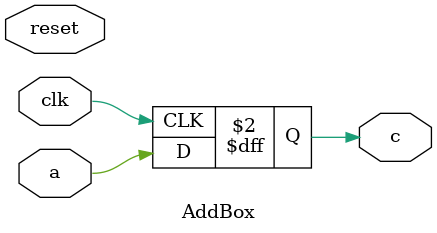
<source format=sv>


module AddBox (
      input   a,
      output reg  c,
      input   clk,
      input   reset);
  always @ (posedge clk) begin
    c <= a;
  end

endmodule


</source>
